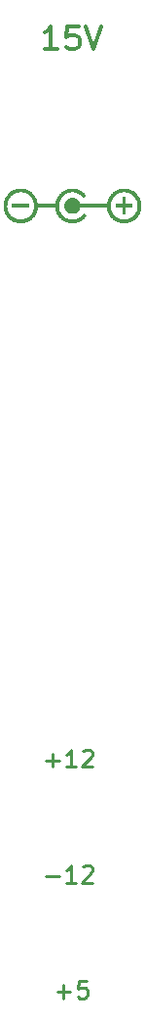
<source format=gto>
%TF.GenerationSoftware,KiCad,Pcbnew,9.0.3*%
%TF.CreationDate,2026-01-03T20:15:17+00:00*%
%TF.ProjectId,input-panel-front-panel,696e7075-742d-4706-916e-656c2d66726f,rev?*%
%TF.SameCoordinates,Original*%
%TF.FileFunction,Legend,Top*%
%TF.FilePolarity,Positive*%
%FSLAX46Y46*%
G04 Gerber Fmt 4.6, Leading zero omitted, Abs format (unit mm)*
G04 Created by KiCad (PCBNEW 9.0.3) date 2026-01-03 20:15:17*
%MOMM*%
%LPD*%
G01*
G04 APERTURE LIST*
%ADD10C,0.300000*%
%ADD11C,0.000000*%
%ADD12C,0.250000*%
G04 APERTURE END LIST*
D10*
X83761904Y-51739638D02*
X82619047Y-51739638D01*
X83190475Y-51739638D02*
X83190475Y-49739638D01*
X83190475Y-49739638D02*
X82999999Y-50025352D01*
X82999999Y-50025352D02*
X82809523Y-50215828D01*
X82809523Y-50215828D02*
X82619047Y-50311066D01*
X85571428Y-49739638D02*
X84619047Y-49739638D01*
X84619047Y-49739638D02*
X84523809Y-50692019D01*
X84523809Y-50692019D02*
X84619047Y-50596780D01*
X84619047Y-50596780D02*
X84809523Y-50501542D01*
X84809523Y-50501542D02*
X85285714Y-50501542D01*
X85285714Y-50501542D02*
X85476190Y-50596780D01*
X85476190Y-50596780D02*
X85571428Y-50692019D01*
X85571428Y-50692019D02*
X85666666Y-50882495D01*
X85666666Y-50882495D02*
X85666666Y-51358685D01*
X85666666Y-51358685D02*
X85571428Y-51549161D01*
X85571428Y-51549161D02*
X85476190Y-51644400D01*
X85476190Y-51644400D02*
X85285714Y-51739638D01*
X85285714Y-51739638D02*
X84809523Y-51739638D01*
X84809523Y-51739638D02*
X84619047Y-51644400D01*
X84619047Y-51644400D02*
X84523809Y-51549161D01*
X86238095Y-49739638D02*
X86904761Y-51739638D01*
X86904761Y-51739638D02*
X87571428Y-49739638D01*
D11*
G36*
X89700001Y-66026605D02*
G01*
X89550001Y-66026605D01*
X89400001Y-66026605D01*
X89400001Y-64526605D01*
X89700001Y-64526605D01*
X89700001Y-66026605D01*
G37*
G36*
X90300001Y-65426605D02*
G01*
X89550001Y-65426605D01*
X88800001Y-65426605D01*
X88800001Y-65126605D01*
X90300001Y-65126605D01*
X90300001Y-65426605D01*
G37*
G36*
X81300000Y-65426605D02*
G01*
X80550001Y-65426605D01*
X79800001Y-65426605D01*
X79800001Y-65126605D01*
X81300000Y-65126605D01*
X81300000Y-65426605D01*
G37*
G36*
X88100001Y-65426605D02*
G01*
X86800000Y-65426605D01*
X85500000Y-65426605D01*
X85500000Y-65126605D01*
X88100001Y-65126605D01*
X88100001Y-65426605D01*
G37*
G36*
X83650000Y-65426605D02*
G01*
X82800001Y-65426605D01*
X81950000Y-65426605D01*
X81950000Y-65126605D01*
X83650000Y-65126605D01*
X83650000Y-65426605D01*
G37*
G36*
X80629088Y-63778496D02*
G01*
X80706922Y-63784112D01*
X80783419Y-63793373D01*
X80858497Y-63806195D01*
X80932073Y-63822496D01*
X81004065Y-63842193D01*
X81074392Y-63865205D01*
X81142969Y-63891449D01*
X81209716Y-63920842D01*
X81274549Y-63953302D01*
X81337386Y-63988746D01*
X81398145Y-64027093D01*
X81456743Y-64068260D01*
X81513099Y-64112164D01*
X81567128Y-64158723D01*
X81618750Y-64207855D01*
X81667882Y-64259477D01*
X81714441Y-64313507D01*
X81758345Y-64369862D01*
X81799512Y-64428460D01*
X81837859Y-64489219D01*
X81873304Y-64552057D01*
X81905764Y-64616890D01*
X81935157Y-64683636D01*
X81961400Y-64752214D01*
X81984412Y-64822540D01*
X82004110Y-64894533D01*
X82020411Y-64968109D01*
X82033233Y-65043187D01*
X82042493Y-65119684D01*
X82048110Y-65197517D01*
X82050000Y-65276605D01*
X82048110Y-65355693D01*
X82042493Y-65433526D01*
X82033233Y-65510023D01*
X82020411Y-65585101D01*
X82004110Y-65658677D01*
X81984412Y-65730670D01*
X81961400Y-65800996D01*
X81935157Y-65869574D01*
X81905764Y-65936320D01*
X81873304Y-66001153D01*
X81837859Y-66063991D01*
X81799512Y-66124750D01*
X81758345Y-66183348D01*
X81714441Y-66239703D01*
X81667882Y-66293733D01*
X81618750Y-66345355D01*
X81567128Y-66394487D01*
X81513099Y-66441046D01*
X81456743Y-66484950D01*
X81398145Y-66526117D01*
X81337386Y-66564464D01*
X81274549Y-66599908D01*
X81209716Y-66632368D01*
X81142969Y-66661761D01*
X81074392Y-66688005D01*
X81004065Y-66711017D01*
X80932073Y-66730714D01*
X80858497Y-66747015D01*
X80783419Y-66759837D01*
X80706922Y-66769098D01*
X80629088Y-66774714D01*
X80550001Y-66776605D01*
X80470913Y-66774714D01*
X80393079Y-66769098D01*
X80316582Y-66759837D01*
X80241505Y-66747015D01*
X80167928Y-66730714D01*
X80095936Y-66711017D01*
X80025609Y-66688005D01*
X79957032Y-66661761D01*
X79890285Y-66632368D01*
X79825452Y-66599908D01*
X79762615Y-66564464D01*
X79701856Y-66526117D01*
X79643258Y-66484950D01*
X79586902Y-66441046D01*
X79532873Y-66394487D01*
X79481251Y-66345355D01*
X79432119Y-66293733D01*
X79385560Y-66239703D01*
X79341656Y-66183348D01*
X79300489Y-66124750D01*
X79262142Y-66063991D01*
X79226697Y-66001153D01*
X79194237Y-65936320D01*
X79164844Y-65869574D01*
X79138601Y-65800996D01*
X79115589Y-65730670D01*
X79095891Y-65658677D01*
X79079590Y-65585101D01*
X79066768Y-65510023D01*
X79057508Y-65433526D01*
X79051891Y-65355693D01*
X79050001Y-65276605D01*
X79050025Y-65275605D01*
X79379001Y-65275605D01*
X79380475Y-65337293D01*
X79384856Y-65398004D01*
X79392080Y-65457671D01*
X79402081Y-65516232D01*
X79414795Y-65573621D01*
X79430160Y-65629776D01*
X79448109Y-65684630D01*
X79468579Y-65738121D01*
X79491505Y-65790183D01*
X79516824Y-65840753D01*
X79544471Y-65889766D01*
X79574381Y-65937158D01*
X79606491Y-65982864D01*
X79640737Y-66026821D01*
X79677053Y-66068965D01*
X79715376Y-66109230D01*
X79755641Y-66147553D01*
X79797784Y-66183869D01*
X79841741Y-66218114D01*
X79887448Y-66250224D01*
X79934840Y-66280135D01*
X79983853Y-66307781D01*
X80034423Y-66333100D01*
X80086485Y-66356027D01*
X80139975Y-66376497D01*
X80194830Y-66394446D01*
X80250984Y-66409810D01*
X80308374Y-66422525D01*
X80366934Y-66432526D01*
X80426602Y-66439749D01*
X80487312Y-66444130D01*
X80549001Y-66445605D01*
X80610689Y-66444130D01*
X80671399Y-66439749D01*
X80731067Y-66432526D01*
X80789628Y-66422525D01*
X80847017Y-66409810D01*
X80903171Y-66394446D01*
X80958026Y-66376497D01*
X81011516Y-66356027D01*
X81063578Y-66333100D01*
X81114148Y-66307781D01*
X81163161Y-66280135D01*
X81210553Y-66250224D01*
X81256260Y-66218114D01*
X81300217Y-66183869D01*
X81342360Y-66147553D01*
X81382626Y-66109230D01*
X81420948Y-66068965D01*
X81457264Y-66026821D01*
X81491510Y-65982864D01*
X81523620Y-65937158D01*
X81553530Y-65889766D01*
X81581177Y-65840753D01*
X81606496Y-65790183D01*
X81629422Y-65738121D01*
X81649892Y-65684630D01*
X81667842Y-65629776D01*
X81683206Y-65573621D01*
X81695920Y-65516232D01*
X81705922Y-65457671D01*
X81713145Y-65398004D01*
X81717526Y-65337293D01*
X81719000Y-65275605D01*
X81717526Y-65213916D01*
X81713145Y-65153206D01*
X81705922Y-65093539D01*
X81695920Y-65034978D01*
X81683206Y-64977588D01*
X81667842Y-64921434D01*
X81649892Y-64866580D01*
X81629422Y-64813089D01*
X81606496Y-64761027D01*
X81581177Y-64710457D01*
X81553530Y-64661444D01*
X81523620Y-64614052D01*
X81491510Y-64568346D01*
X81457264Y-64524388D01*
X81420948Y-64482245D01*
X81382626Y-64441980D01*
X81342360Y-64403657D01*
X81300217Y-64367341D01*
X81256260Y-64333096D01*
X81210553Y-64300986D01*
X81163161Y-64271075D01*
X81114148Y-64243428D01*
X81063578Y-64218110D01*
X81011516Y-64195183D01*
X80958026Y-64174713D01*
X80903171Y-64156764D01*
X80847017Y-64141400D01*
X80789628Y-64128685D01*
X80731067Y-64118684D01*
X80671399Y-64111461D01*
X80610689Y-64107080D01*
X80549001Y-64105605D01*
X80487312Y-64107080D01*
X80426602Y-64111461D01*
X80366934Y-64118684D01*
X80308374Y-64128685D01*
X80250984Y-64141400D01*
X80194830Y-64156764D01*
X80139975Y-64174713D01*
X80086485Y-64195183D01*
X80034423Y-64218110D01*
X79983853Y-64243428D01*
X79934840Y-64271075D01*
X79887448Y-64300986D01*
X79841741Y-64333096D01*
X79797784Y-64367341D01*
X79755641Y-64403657D01*
X79715376Y-64441980D01*
X79677053Y-64482245D01*
X79640737Y-64524388D01*
X79606491Y-64568346D01*
X79574381Y-64614052D01*
X79544471Y-64661444D01*
X79516824Y-64710457D01*
X79491505Y-64761027D01*
X79468579Y-64813089D01*
X79448109Y-64866580D01*
X79430160Y-64921434D01*
X79414795Y-64977588D01*
X79402081Y-65034978D01*
X79392080Y-65093539D01*
X79384856Y-65153206D01*
X79380475Y-65213916D01*
X79379001Y-65275605D01*
X79050025Y-65275605D01*
X79051891Y-65197517D01*
X79057508Y-65119684D01*
X79066768Y-65043187D01*
X79079590Y-64968109D01*
X79095891Y-64894533D01*
X79115589Y-64822540D01*
X79138601Y-64752214D01*
X79164844Y-64683636D01*
X79194237Y-64616890D01*
X79226697Y-64552057D01*
X79262142Y-64489219D01*
X79300489Y-64428460D01*
X79341656Y-64369862D01*
X79385560Y-64313507D01*
X79432119Y-64259477D01*
X79481251Y-64207855D01*
X79532873Y-64158723D01*
X79586902Y-64112164D01*
X79643258Y-64068260D01*
X79701856Y-64027093D01*
X79762615Y-63988746D01*
X79825452Y-63953302D01*
X79890285Y-63920842D01*
X79957032Y-63891449D01*
X80025609Y-63865205D01*
X80095936Y-63842193D01*
X80167928Y-63822496D01*
X80241505Y-63806195D01*
X80316582Y-63793373D01*
X80393079Y-63784112D01*
X80470913Y-63778496D01*
X80550001Y-63776605D01*
X80629088Y-63778496D01*
G37*
G36*
X89629089Y-63778496D02*
G01*
X89706922Y-63784112D01*
X89783419Y-63793373D01*
X89858497Y-63806195D01*
X89932073Y-63822496D01*
X90004066Y-63842193D01*
X90074392Y-63865205D01*
X90142970Y-63891449D01*
X90209716Y-63920842D01*
X90274549Y-63953302D01*
X90337387Y-63988746D01*
X90398146Y-64027093D01*
X90456744Y-64068260D01*
X90513099Y-64112164D01*
X90567129Y-64158723D01*
X90618751Y-64207855D01*
X90667883Y-64259477D01*
X90714442Y-64313507D01*
X90758346Y-64369862D01*
X90799513Y-64428460D01*
X90837860Y-64489219D01*
X90873304Y-64552057D01*
X90905764Y-64616890D01*
X90935157Y-64683636D01*
X90961401Y-64752214D01*
X90984413Y-64822540D01*
X91004110Y-64894533D01*
X91020411Y-64968109D01*
X91033233Y-65043187D01*
X91042494Y-65119684D01*
X91048110Y-65197517D01*
X91050001Y-65276605D01*
X91048110Y-65355693D01*
X91042494Y-65433526D01*
X91033233Y-65510023D01*
X91020411Y-65585101D01*
X91004110Y-65658677D01*
X90984413Y-65730670D01*
X90961401Y-65800996D01*
X90935157Y-65869574D01*
X90905764Y-65936320D01*
X90873304Y-66001153D01*
X90837860Y-66063991D01*
X90799513Y-66124750D01*
X90758346Y-66183348D01*
X90714442Y-66239703D01*
X90667883Y-66293733D01*
X90618751Y-66345355D01*
X90567129Y-66394487D01*
X90513099Y-66441046D01*
X90456744Y-66484950D01*
X90398146Y-66526117D01*
X90337387Y-66564464D01*
X90274549Y-66599908D01*
X90209716Y-66632368D01*
X90142970Y-66661761D01*
X90074392Y-66688005D01*
X90004066Y-66711017D01*
X89932073Y-66730714D01*
X89858497Y-66747015D01*
X89783419Y-66759837D01*
X89706922Y-66769098D01*
X89629089Y-66774714D01*
X89550001Y-66776605D01*
X89470913Y-66774714D01*
X89393080Y-66769098D01*
X89316583Y-66759837D01*
X89241505Y-66747015D01*
X89167929Y-66730714D01*
X89095936Y-66711017D01*
X89025610Y-66688005D01*
X88957032Y-66661761D01*
X88890286Y-66632368D01*
X88825453Y-66599908D01*
X88762615Y-66564464D01*
X88701856Y-66526117D01*
X88643258Y-66484950D01*
X88586903Y-66441046D01*
X88532873Y-66394487D01*
X88481251Y-66345355D01*
X88432119Y-66293733D01*
X88385560Y-66239703D01*
X88341656Y-66183348D01*
X88300489Y-66124750D01*
X88262142Y-66063991D01*
X88226698Y-66001153D01*
X88194238Y-65936320D01*
X88164845Y-65869574D01*
X88138601Y-65800996D01*
X88115589Y-65730670D01*
X88095892Y-65658677D01*
X88079591Y-65585101D01*
X88066769Y-65510023D01*
X88057508Y-65433526D01*
X88051892Y-65355693D01*
X88050001Y-65276605D01*
X88050025Y-65275605D01*
X88379001Y-65275605D01*
X88380476Y-65337293D01*
X88384857Y-65398004D01*
X88392080Y-65457671D01*
X88402081Y-65516232D01*
X88414796Y-65573621D01*
X88430160Y-65629776D01*
X88448109Y-65684630D01*
X88468579Y-65738121D01*
X88491506Y-65790183D01*
X88516825Y-65840753D01*
X88544471Y-65889766D01*
X88574382Y-65937158D01*
X88606492Y-65982864D01*
X88640737Y-66026821D01*
X88677053Y-66068965D01*
X88715376Y-66109230D01*
X88755641Y-66147553D01*
X88797784Y-66183869D01*
X88841742Y-66218114D01*
X88887448Y-66250224D01*
X88934840Y-66280135D01*
X88983853Y-66307781D01*
X89034423Y-66333100D01*
X89086485Y-66356027D01*
X89139976Y-66376497D01*
X89194830Y-66394446D01*
X89250984Y-66409810D01*
X89308374Y-66422525D01*
X89366935Y-66432526D01*
X89426602Y-66439749D01*
X89487312Y-66444130D01*
X89549001Y-66445605D01*
X89610689Y-66444130D01*
X89671399Y-66439749D01*
X89731067Y-66432526D01*
X89789628Y-66422525D01*
X89847017Y-66409810D01*
X89903171Y-66394446D01*
X89958026Y-66376497D01*
X90011516Y-66356027D01*
X90063579Y-66333100D01*
X90114148Y-66307781D01*
X90163161Y-66280135D01*
X90210553Y-66250224D01*
X90256260Y-66218114D01*
X90300217Y-66183869D01*
X90342360Y-66147553D01*
X90382626Y-66109230D01*
X90420948Y-66068965D01*
X90457264Y-66026821D01*
X90491510Y-65982864D01*
X90523620Y-65937158D01*
X90553530Y-65889766D01*
X90581177Y-65840753D01*
X90606496Y-65790183D01*
X90629422Y-65738121D01*
X90649892Y-65684630D01*
X90667842Y-65629776D01*
X90683206Y-65573621D01*
X90695920Y-65516232D01*
X90705922Y-65457671D01*
X90713145Y-65398004D01*
X90717526Y-65337293D01*
X90719000Y-65275605D01*
X90717526Y-65213916D01*
X90713145Y-65153206D01*
X90705922Y-65093539D01*
X90695920Y-65034978D01*
X90683206Y-64977588D01*
X90667842Y-64921434D01*
X90649892Y-64866580D01*
X90629422Y-64813089D01*
X90606496Y-64761027D01*
X90581177Y-64710457D01*
X90553530Y-64661444D01*
X90523620Y-64614052D01*
X90491510Y-64568346D01*
X90457264Y-64524388D01*
X90420948Y-64482245D01*
X90382626Y-64441980D01*
X90342360Y-64403657D01*
X90300217Y-64367341D01*
X90256260Y-64333096D01*
X90210553Y-64300986D01*
X90163161Y-64271075D01*
X90114148Y-64243428D01*
X90063579Y-64218110D01*
X90011516Y-64195183D01*
X89958026Y-64174713D01*
X89903171Y-64156764D01*
X89847017Y-64141400D01*
X89789628Y-64128685D01*
X89731067Y-64118684D01*
X89671399Y-64111461D01*
X89610689Y-64107080D01*
X89549001Y-64105605D01*
X89487312Y-64107080D01*
X89426602Y-64111461D01*
X89366935Y-64118684D01*
X89308374Y-64128685D01*
X89250984Y-64141400D01*
X89194830Y-64156764D01*
X89139976Y-64174713D01*
X89086485Y-64195183D01*
X89034423Y-64218110D01*
X88983853Y-64243428D01*
X88934840Y-64271075D01*
X88887448Y-64300986D01*
X88841742Y-64333096D01*
X88797784Y-64367341D01*
X88755641Y-64403657D01*
X88715376Y-64441980D01*
X88677053Y-64482245D01*
X88640737Y-64524388D01*
X88606492Y-64568346D01*
X88574382Y-64614052D01*
X88544471Y-64661444D01*
X88516825Y-64710457D01*
X88491506Y-64761027D01*
X88468579Y-64813089D01*
X88448109Y-64866580D01*
X88430160Y-64921434D01*
X88414796Y-64977588D01*
X88402081Y-65034978D01*
X88392080Y-65093539D01*
X88384857Y-65153206D01*
X88380476Y-65213916D01*
X88379001Y-65275605D01*
X88050025Y-65275605D01*
X88051892Y-65197517D01*
X88057508Y-65119684D01*
X88066769Y-65043187D01*
X88079591Y-64968109D01*
X88095892Y-64894533D01*
X88115589Y-64822540D01*
X88138601Y-64752214D01*
X88164845Y-64683636D01*
X88194238Y-64616890D01*
X88226698Y-64552057D01*
X88262142Y-64489219D01*
X88300489Y-64428460D01*
X88341656Y-64369862D01*
X88385560Y-64313507D01*
X88432119Y-64259477D01*
X88481251Y-64207855D01*
X88532873Y-64158723D01*
X88586903Y-64112164D01*
X88643258Y-64068260D01*
X88701856Y-64027093D01*
X88762615Y-63988746D01*
X88825453Y-63953302D01*
X88890286Y-63920842D01*
X88957032Y-63891449D01*
X89025610Y-63865205D01*
X89095936Y-63842193D01*
X89167929Y-63822496D01*
X89241505Y-63806195D01*
X89316583Y-63793373D01*
X89393080Y-63784112D01*
X89470913Y-63778496D01*
X89550001Y-63776605D01*
X89629089Y-63778496D01*
G37*
G36*
X85151000Y-63781605D02*
G01*
X85225000Y-63788605D01*
X85299000Y-63799605D01*
X85372000Y-63813605D01*
X85444000Y-63830605D01*
X85515000Y-63852605D01*
X85585000Y-63878605D01*
X85654000Y-63906605D01*
X85722000Y-63937605D01*
X85787001Y-63972605D01*
X85851000Y-64010605D01*
X85913001Y-64052605D01*
X85973001Y-64096605D01*
X86030001Y-64143605D01*
X86085000Y-64193605D01*
X86138001Y-64246605D01*
X86188001Y-64301605D01*
X86235000Y-64358605D01*
X86279000Y-64418605D01*
X86011000Y-64605605D01*
X85978000Y-64558605D01*
X85941001Y-64513605D01*
X85902001Y-64470605D01*
X85861000Y-64428605D01*
X85817000Y-64389605D01*
X85772000Y-64352605D01*
X85725000Y-64318605D01*
X85677001Y-64285605D01*
X85627001Y-64255605D01*
X85575000Y-64228605D01*
X85523001Y-64202605D01*
X85469000Y-64180605D01*
X85414001Y-64161605D01*
X85358000Y-64144605D01*
X85301000Y-64130605D01*
X85244000Y-64119605D01*
X85186000Y-64111605D01*
X85128000Y-64106605D01*
X85070000Y-64103605D01*
X85012001Y-64104605D01*
X84953000Y-64107605D01*
X84895000Y-64113605D01*
X84838000Y-64122605D01*
X84781000Y-64134605D01*
X84724000Y-64149605D01*
X84669000Y-64167605D01*
X84614001Y-64187605D01*
X84561000Y-64209605D01*
X84508000Y-64234605D01*
X84457000Y-64263605D01*
X84407000Y-64293605D01*
X84359000Y-64326605D01*
X84313000Y-64362605D01*
X84269000Y-64399605D01*
X84226000Y-64439605D01*
X84186000Y-64481605D01*
X84147000Y-64525605D01*
X84110000Y-64571605D01*
X84076000Y-64618605D01*
X84045000Y-64667605D01*
X84016000Y-64718605D01*
X83989001Y-64770605D01*
X83965000Y-64823605D01*
X83944000Y-64877605D01*
X83926000Y-64933605D01*
X83910000Y-64989605D01*
X83897000Y-65046605D01*
X83887001Y-65103605D01*
X83880001Y-65161605D01*
X83875000Y-65219605D01*
X83874000Y-65277605D01*
X83875000Y-65336605D01*
X83880001Y-65394605D01*
X83887001Y-65452605D01*
X83897000Y-65509605D01*
X83910000Y-65566605D01*
X83926000Y-65622605D01*
X83944000Y-65677605D01*
X83966000Y-65732605D01*
X83989001Y-65785605D01*
X84016000Y-65837605D01*
X84045000Y-65887605D01*
X84076000Y-65936605D01*
X84110000Y-65984605D01*
X84146001Y-66029605D01*
X84184000Y-66073605D01*
X84225000Y-66115605D01*
X84267000Y-66155605D01*
X84312001Y-66193605D01*
X84358000Y-66228605D01*
X84406000Y-66261605D01*
X84456000Y-66292605D01*
X84507000Y-66320605D01*
X84559000Y-66345605D01*
X84613000Y-66369605D01*
X84667000Y-66390605D01*
X84723001Y-66407605D01*
X84779000Y-66422605D01*
X84836000Y-66434605D01*
X84894000Y-66443605D01*
X84952000Y-66449605D01*
X85010000Y-66452605D01*
X85069000Y-66453605D01*
X85127000Y-66450605D01*
X85185000Y-66445605D01*
X85243000Y-66437605D01*
X85300000Y-66426605D01*
X85356000Y-66412605D01*
X85412001Y-66395605D01*
X85467000Y-66376605D01*
X85521000Y-66353605D01*
X85574000Y-66330605D01*
X85625000Y-66302605D01*
X85676000Y-66272605D01*
X85724000Y-66240605D01*
X85771000Y-66205605D01*
X85816001Y-66168605D01*
X85859001Y-66129605D01*
X85900000Y-66088605D01*
X85939000Y-66045605D01*
X85976000Y-65999605D01*
X86012001Y-65953605D01*
X86277001Y-66138605D01*
X86232000Y-66198605D01*
X86185000Y-66256605D01*
X86135000Y-66311605D01*
X86083000Y-66364605D01*
X86028000Y-66413605D01*
X85970001Y-66461605D01*
X85910000Y-66505605D01*
X85848001Y-66546605D01*
X85785000Y-66584605D01*
X85719000Y-66619605D01*
X85652001Y-66651605D01*
X85583000Y-66679605D01*
X85513001Y-66703605D01*
X85441000Y-66724605D01*
X85369000Y-66741605D01*
X85296001Y-66755605D01*
X85222000Y-66766605D01*
X85148000Y-66773605D01*
X85074000Y-66776605D01*
X85000000Y-66775605D01*
X84925000Y-66771605D01*
X84852000Y-66763605D01*
X84778000Y-66751605D01*
X84705001Y-66736605D01*
X84633000Y-66717605D01*
X84562001Y-66694605D01*
X84493000Y-66668605D01*
X84424000Y-66639605D01*
X84358000Y-66606605D01*
X84292000Y-66570605D01*
X84229000Y-66531605D01*
X84168000Y-66489605D01*
X84109000Y-66444605D01*
X84052000Y-66395605D01*
X83998001Y-66345605D01*
X83946001Y-66291605D01*
X83897000Y-66235605D01*
X83851000Y-66177605D01*
X83808000Y-66116605D01*
X83768000Y-66054605D01*
X83732001Y-65989605D01*
X83698001Y-65923605D01*
X83667000Y-65855605D01*
X83640000Y-65786605D01*
X83617000Y-65714605D01*
X83597000Y-65643605D01*
X83580001Y-65570605D01*
X83568000Y-65497605D01*
X83558000Y-65423605D01*
X83553000Y-65349605D01*
X83551000Y-65275605D01*
X83553000Y-65200605D01*
X83558000Y-65126605D01*
X83568000Y-65052605D01*
X83581000Y-64979605D01*
X83597000Y-64907605D01*
X83617000Y-64835605D01*
X83641000Y-64765605D01*
X83668000Y-64696605D01*
X83698001Y-64628605D01*
X83732001Y-64562605D01*
X83770000Y-64498605D01*
X83810000Y-64435605D01*
X83853000Y-64374605D01*
X83900000Y-64316605D01*
X83949000Y-64260605D01*
X84000000Y-64207605D01*
X84055001Y-64156605D01*
X84111000Y-64108605D01*
X84171001Y-64063605D01*
X84232000Y-64021605D01*
X84295000Y-63982605D01*
X84360000Y-63946605D01*
X84427000Y-63913605D01*
X84495000Y-63884605D01*
X84565000Y-63858605D01*
X84636000Y-63837605D01*
X84708000Y-63818605D01*
X84781000Y-63803605D01*
X84854000Y-63791605D01*
X84928000Y-63783605D01*
X85003000Y-63779605D01*
X85077000Y-63778605D01*
X85151000Y-63781605D01*
G37*
G36*
X85085849Y-64577486D02*
G01*
X85122121Y-64580105D01*
X85157775Y-64584421D01*
X85192774Y-64590398D01*
X85227078Y-64597996D01*
X85260650Y-64607178D01*
X85293449Y-64617904D01*
X85325438Y-64630136D01*
X85356577Y-64643836D01*
X85386827Y-64658966D01*
X85416151Y-64675486D01*
X85444508Y-64693359D01*
X85471860Y-64712546D01*
X85498169Y-64733008D01*
X85523395Y-64754707D01*
X85547500Y-64777605D01*
X85570445Y-64801663D01*
X85592191Y-64826843D01*
X85612698Y-64853106D01*
X85631930Y-64880414D01*
X85649846Y-64908728D01*
X85666407Y-64938010D01*
X85681576Y-64968221D01*
X85695313Y-64999324D01*
X85707579Y-65031279D01*
X85718335Y-65064048D01*
X85727543Y-65097593D01*
X85735164Y-65131875D01*
X85741159Y-65166855D01*
X85745489Y-65202496D01*
X85748116Y-65238759D01*
X85749000Y-65275605D01*
X85748116Y-65312454D01*
X85745489Y-65348725D01*
X85741159Y-65384379D01*
X85735164Y-65419378D01*
X85727543Y-65453683D01*
X85718335Y-65487254D01*
X85707579Y-65520054D01*
X85695313Y-65552042D01*
X85681576Y-65583181D01*
X85666407Y-65613432D01*
X85649846Y-65642755D01*
X85631930Y-65671113D01*
X85612698Y-65698465D01*
X85592191Y-65724774D01*
X85570445Y-65750000D01*
X85547500Y-65774105D01*
X85523395Y-65797050D01*
X85498169Y-65818795D01*
X85471860Y-65839303D01*
X85444508Y-65858535D01*
X85416151Y-65876451D01*
X85386827Y-65893012D01*
X85356577Y-65908181D01*
X85325438Y-65921917D01*
X85293449Y-65934183D01*
X85260650Y-65944940D01*
X85227078Y-65954148D01*
X85192774Y-65961769D01*
X85157775Y-65967764D01*
X85122121Y-65972094D01*
X85085849Y-65974721D01*
X85049000Y-65975605D01*
X85012154Y-65974721D01*
X84975892Y-65972094D01*
X84940251Y-65967764D01*
X84905270Y-65961769D01*
X84870988Y-65954148D01*
X84837443Y-65944940D01*
X84804674Y-65934183D01*
X84772719Y-65921917D01*
X84741617Y-65908181D01*
X84711405Y-65893012D01*
X84682123Y-65876451D01*
X84653809Y-65858535D01*
X84626501Y-65839303D01*
X84600238Y-65818795D01*
X84575058Y-65797050D01*
X84551000Y-65774105D01*
X84528102Y-65750000D01*
X84506403Y-65724774D01*
X84485941Y-65698465D01*
X84466754Y-65671113D01*
X84448881Y-65642755D01*
X84432361Y-65613432D01*
X84417232Y-65583181D01*
X84403532Y-65552042D01*
X84391299Y-65520054D01*
X84380573Y-65487254D01*
X84371392Y-65453683D01*
X84363793Y-65419378D01*
X84357816Y-65384379D01*
X84353500Y-65348725D01*
X84350882Y-65312454D01*
X84350000Y-65275605D01*
X84350882Y-65238759D01*
X84353500Y-65202496D01*
X84357816Y-65166855D01*
X84363793Y-65131875D01*
X84371392Y-65097593D01*
X84380573Y-65064048D01*
X84391299Y-65031279D01*
X84403532Y-64999324D01*
X84417232Y-64968221D01*
X84432361Y-64938010D01*
X84448881Y-64908728D01*
X84466754Y-64880414D01*
X84485941Y-64853106D01*
X84506403Y-64826843D01*
X84528102Y-64801663D01*
X84551000Y-64777605D01*
X84575058Y-64754707D01*
X84600238Y-64733008D01*
X84626501Y-64712546D01*
X84653809Y-64693359D01*
X84682123Y-64675486D01*
X84711405Y-64658966D01*
X84741617Y-64643836D01*
X84772719Y-64630136D01*
X84804674Y-64617904D01*
X84837443Y-64607178D01*
X84870988Y-64597996D01*
X84905270Y-64590398D01*
X84940251Y-64584421D01*
X84975892Y-64580105D01*
X85012154Y-64577486D01*
X85049000Y-64576605D01*
X85085849Y-64577486D01*
G37*
D12*
X83714285Y-133232000D02*
X84857143Y-133232000D01*
X84285714Y-133803428D02*
X84285714Y-132660571D01*
X86285714Y-132303428D02*
X85571428Y-132303428D01*
X85571428Y-132303428D02*
X85500000Y-133017714D01*
X85500000Y-133017714D02*
X85571428Y-132946285D01*
X85571428Y-132946285D02*
X85714286Y-132874857D01*
X85714286Y-132874857D02*
X86071428Y-132874857D01*
X86071428Y-132874857D02*
X86214286Y-132946285D01*
X86214286Y-132946285D02*
X86285714Y-133017714D01*
X86285714Y-133017714D02*
X86357143Y-133160571D01*
X86357143Y-133160571D02*
X86357143Y-133517714D01*
X86357143Y-133517714D02*
X86285714Y-133660571D01*
X86285714Y-133660571D02*
X86214286Y-133732000D01*
X86214286Y-133732000D02*
X86071428Y-133803428D01*
X86071428Y-133803428D02*
X85714286Y-133803428D01*
X85714286Y-133803428D02*
X85571428Y-133732000D01*
X85571428Y-133732000D02*
X85500000Y-133660571D01*
X82750000Y-123232000D02*
X83892858Y-123232000D01*
X85392858Y-123803428D02*
X84535715Y-123803428D01*
X84964286Y-123803428D02*
X84964286Y-122303428D01*
X84964286Y-122303428D02*
X84821429Y-122517714D01*
X84821429Y-122517714D02*
X84678572Y-122660571D01*
X84678572Y-122660571D02*
X84535715Y-122732000D01*
X85964286Y-122446285D02*
X86035714Y-122374857D01*
X86035714Y-122374857D02*
X86178572Y-122303428D01*
X86178572Y-122303428D02*
X86535714Y-122303428D01*
X86535714Y-122303428D02*
X86678572Y-122374857D01*
X86678572Y-122374857D02*
X86750000Y-122446285D01*
X86750000Y-122446285D02*
X86821429Y-122589142D01*
X86821429Y-122589142D02*
X86821429Y-122732000D01*
X86821429Y-122732000D02*
X86750000Y-122946285D01*
X86750000Y-122946285D02*
X85892857Y-123803428D01*
X85892857Y-123803428D02*
X86821429Y-123803428D01*
X82750000Y-113232000D02*
X83892858Y-113232000D01*
X83321429Y-113803428D02*
X83321429Y-112660571D01*
X85392858Y-113803428D02*
X84535715Y-113803428D01*
X84964286Y-113803428D02*
X84964286Y-112303428D01*
X84964286Y-112303428D02*
X84821429Y-112517714D01*
X84821429Y-112517714D02*
X84678572Y-112660571D01*
X84678572Y-112660571D02*
X84535715Y-112732000D01*
X85964286Y-112446285D02*
X86035714Y-112374857D01*
X86035714Y-112374857D02*
X86178572Y-112303428D01*
X86178572Y-112303428D02*
X86535714Y-112303428D01*
X86535714Y-112303428D02*
X86678572Y-112374857D01*
X86678572Y-112374857D02*
X86750000Y-112446285D01*
X86750000Y-112446285D02*
X86821429Y-112589142D01*
X86821429Y-112589142D02*
X86821429Y-112732000D01*
X86821429Y-112732000D02*
X86750000Y-112946285D01*
X86750000Y-112946285D02*
X85892857Y-113803428D01*
X85892857Y-113803428D02*
X86821429Y-113803428D01*
M02*

</source>
